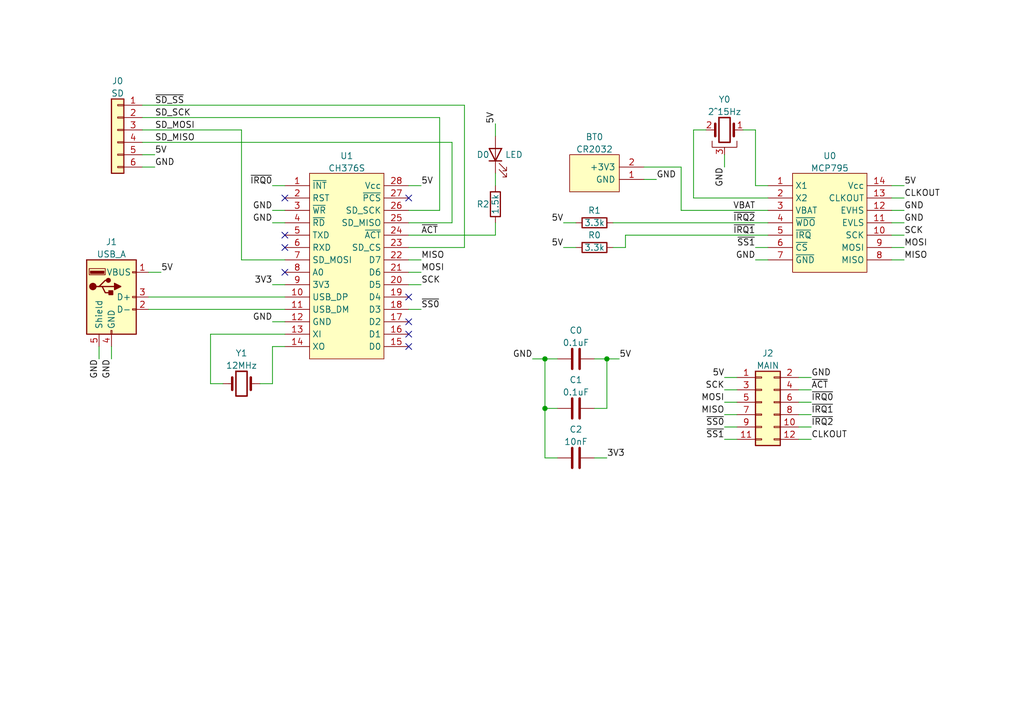
<source format=kicad_sch>
(kicad_sch (version 20211123) (generator eeschema)

  (uuid dfd23a98-790d-4e9f-8cef-046fec9c26ee)

  (paper "A5")

  (lib_symbols
    (symbol "Connector:USB_A" (pin_names (offset 1.016)) (in_bom yes) (on_board yes)
      (property "Reference" "J" (id 0) (at -5.08 11.43 0)
        (effects (font (size 1.27 1.27)) (justify left))
      )
      (property "Value" "USB_A" (id 1) (at -5.08 8.89 0)
        (effects (font (size 1.27 1.27)) (justify left))
      )
      (property "Footprint" "" (id 2) (at 3.81 -1.27 0)
        (effects (font (size 1.27 1.27)) hide)
      )
      (property "Datasheet" " ~" (id 3) (at 3.81 -1.27 0)
        (effects (font (size 1.27 1.27)) hide)
      )
      (property "ki_keywords" "connector USB" (id 4) (at 0 0 0)
        (effects (font (size 1.27 1.27)) hide)
      )
      (property "ki_description" "USB Type A connector" (id 5) (at 0 0 0)
        (effects (font (size 1.27 1.27)) hide)
      )
      (property "ki_fp_filters" "USB*" (id 6) (at 0 0 0)
        (effects (font (size 1.27 1.27)) hide)
      )
      (symbol "USB_A_0_1"
        (rectangle (start -5.08 -7.62) (end 5.08 7.62)
          (stroke (width 0.254) (type default) (color 0 0 0 0))
          (fill (type background))
        )
        (circle (center -3.81 2.159) (radius 0.635)
          (stroke (width 0.254) (type default) (color 0 0 0 0))
          (fill (type outline))
        )
        (rectangle (start -1.524 4.826) (end -4.318 5.334)
          (stroke (width 0) (type default) (color 0 0 0 0))
          (fill (type outline))
        )
        (rectangle (start -1.27 4.572) (end -4.572 5.842)
          (stroke (width 0) (type default) (color 0 0 0 0))
          (fill (type none))
        )
        (circle (center -0.635 3.429) (radius 0.381)
          (stroke (width 0.254) (type default) (color 0 0 0 0))
          (fill (type outline))
        )
        (rectangle (start -0.127 -7.62) (end 0.127 -6.858)
          (stroke (width 0) (type default) (color 0 0 0 0))
          (fill (type none))
        )
        (polyline
          (pts
            (xy -3.175 2.159)
            (xy -2.54 2.159)
            (xy -1.27 3.429)
            (xy -0.635 3.429)
          )
          (stroke (width 0.254) (type default) (color 0 0 0 0))
          (fill (type none))
        )
        (polyline
          (pts
            (xy -2.54 2.159)
            (xy -1.905 2.159)
            (xy -1.27 0.889)
            (xy 0 0.889)
          )
          (stroke (width 0.254) (type default) (color 0 0 0 0))
          (fill (type none))
        )
        (polyline
          (pts
            (xy 0.635 2.794)
            (xy 0.635 1.524)
            (xy 1.905 2.159)
            (xy 0.635 2.794)
          )
          (stroke (width 0.254) (type default) (color 0 0 0 0))
          (fill (type outline))
        )
        (rectangle (start 0.254 1.27) (end -0.508 0.508)
          (stroke (width 0.254) (type default) (color 0 0 0 0))
          (fill (type outline))
        )
        (rectangle (start 5.08 -2.667) (end 4.318 -2.413)
          (stroke (width 0) (type default) (color 0 0 0 0))
          (fill (type none))
        )
        (rectangle (start 5.08 -0.127) (end 4.318 0.127)
          (stroke (width 0) (type default) (color 0 0 0 0))
          (fill (type none))
        )
        (rectangle (start 5.08 4.953) (end 4.318 5.207)
          (stroke (width 0) (type default) (color 0 0 0 0))
          (fill (type none))
        )
      )
      (symbol "USB_A_1_1"
        (polyline
          (pts
            (xy -1.905 2.159)
            (xy 0.635 2.159)
          )
          (stroke (width 0.254) (type default) (color 0 0 0 0))
          (fill (type none))
        )
        (pin power_in line (at 7.62 5.08 180) (length 2.54)
          (name "VBUS" (effects (font (size 1.27 1.27))))
          (number "1" (effects (font (size 1.27 1.27))))
        )
        (pin bidirectional line (at 7.62 -2.54 180) (length 2.54)
          (name "D-" (effects (font (size 1.27 1.27))))
          (number "2" (effects (font (size 1.27 1.27))))
        )
        (pin bidirectional line (at 7.62 0 180) (length 2.54)
          (name "D+" (effects (font (size 1.27 1.27))))
          (number "3" (effects (font (size 1.27 1.27))))
        )
        (pin power_in line (at 0 -10.16 90) (length 2.54)
          (name "GND" (effects (font (size 1.27 1.27))))
          (number "4" (effects (font (size 1.27 1.27))))
        )
        (pin passive line (at -2.54 -10.16 90) (length 2.54)
          (name "Shield" (effects (font (size 1.27 1.27))))
          (number "5" (effects (font (size 1.27 1.27))))
        )
      )
    )
    (symbol "Connector_Generic:Conn_01x06" (pin_names (offset 1.016) hide) (in_bom yes) (on_board yes)
      (property "Reference" "J" (id 0) (at 0 7.62 0)
        (effects (font (size 1.27 1.27)))
      )
      (property "Value" "Conn_01x06" (id 1) (at 0 -10.16 0)
        (effects (font (size 1.27 1.27)))
      )
      (property "Footprint" "" (id 2) (at 0 0 0)
        (effects (font (size 1.27 1.27)) hide)
      )
      (property "Datasheet" "~" (id 3) (at 0 0 0)
        (effects (font (size 1.27 1.27)) hide)
      )
      (property "ki_keywords" "connector" (id 4) (at 0 0 0)
        (effects (font (size 1.27 1.27)) hide)
      )
      (property "ki_description" "Generic connector, single row, 01x06, script generated (kicad-library-utils/schlib/autogen/connector/)" (id 5) (at 0 0 0)
        (effects (font (size 1.27 1.27)) hide)
      )
      (property "ki_fp_filters" "Connector*:*_1x??_*" (id 6) (at 0 0 0)
        (effects (font (size 1.27 1.27)) hide)
      )
      (symbol "Conn_01x06_1_1"
        (rectangle (start -1.27 -7.493) (end 0 -7.747)
          (stroke (width 0.1524) (type default) (color 0 0 0 0))
          (fill (type none))
        )
        (rectangle (start -1.27 -4.953) (end 0 -5.207)
          (stroke (width 0.1524) (type default) (color 0 0 0 0))
          (fill (type none))
        )
        (rectangle (start -1.27 -2.413) (end 0 -2.667)
          (stroke (width 0.1524) (type default) (color 0 0 0 0))
          (fill (type none))
        )
        (rectangle (start -1.27 0.127) (end 0 -0.127)
          (stroke (width 0.1524) (type default) (color 0 0 0 0))
          (fill (type none))
        )
        (rectangle (start -1.27 2.667) (end 0 2.413)
          (stroke (width 0.1524) (type default) (color 0 0 0 0))
          (fill (type none))
        )
        (rectangle (start -1.27 5.207) (end 0 4.953)
          (stroke (width 0.1524) (type default) (color 0 0 0 0))
          (fill (type none))
        )
        (rectangle (start -1.27 6.35) (end 1.27 -8.89)
          (stroke (width 0.254) (type default) (color 0 0 0 0))
          (fill (type background))
        )
        (pin passive line (at -5.08 5.08 0) (length 3.81)
          (name "Pin_1" (effects (font (size 1.27 1.27))))
          (number "1" (effects (font (size 1.27 1.27))))
        )
        (pin passive line (at -5.08 2.54 0) (length 3.81)
          (name "Pin_2" (effects (font (size 1.27 1.27))))
          (number "2" (effects (font (size 1.27 1.27))))
        )
        (pin passive line (at -5.08 0 0) (length 3.81)
          (name "Pin_3" (effects (font (size 1.27 1.27))))
          (number "3" (effects (font (size 1.27 1.27))))
        )
        (pin passive line (at -5.08 -2.54 0) (length 3.81)
          (name "Pin_4" (effects (font (size 1.27 1.27))))
          (number "4" (effects (font (size 1.27 1.27))))
        )
        (pin passive line (at -5.08 -5.08 0) (length 3.81)
          (name "Pin_5" (effects (font (size 1.27 1.27))))
          (number "5" (effects (font (size 1.27 1.27))))
        )
        (pin passive line (at -5.08 -7.62 0) (length 3.81)
          (name "Pin_6" (effects (font (size 1.27 1.27))))
          (number "6" (effects (font (size 1.27 1.27))))
        )
      )
    )
    (symbol "Connector_Generic:Conn_02x06_Odd_Even" (pin_names (offset 1.016) hide) (in_bom yes) (on_board yes)
      (property "Reference" "J" (id 0) (at 1.27 7.62 0)
        (effects (font (size 1.27 1.27)))
      )
      (property "Value" "Conn_02x06_Odd_Even" (id 1) (at 1.27 -10.16 0)
        (effects (font (size 1.27 1.27)))
      )
      (property "Footprint" "" (id 2) (at 0 0 0)
        (effects (font (size 1.27 1.27)) hide)
      )
      (property "Datasheet" "~" (id 3) (at 0 0 0)
        (effects (font (size 1.27 1.27)) hide)
      )
      (property "ki_keywords" "connector" (id 4) (at 0 0 0)
        (effects (font (size 1.27 1.27)) hide)
      )
      (property "ki_description" "Generic connector, double row, 02x06, odd/even pin numbering scheme (row 1 odd numbers, row 2 even numbers), script generated (kicad-library-utils/schlib/autogen/connector/)" (id 5) (at 0 0 0)
        (effects (font (size 1.27 1.27)) hide)
      )
      (property "ki_fp_filters" "Connector*:*_2x??_*" (id 6) (at 0 0 0)
        (effects (font (size 1.27 1.27)) hide)
      )
      (symbol "Conn_02x06_Odd_Even_1_1"
        (rectangle (start -1.27 -7.493) (end 0 -7.747)
          (stroke (width 0.1524) (type default) (color 0 0 0 0))
          (fill (type none))
        )
        (rectangle (start -1.27 -4.953) (end 0 -5.207)
          (stroke (width 0.1524) (type default) (color 0 0 0 0))
          (fill (type none))
        )
        (rectangle (start -1.27 -2.413) (end 0 -2.667)
          (stroke (width 0.1524) (type default) (color 0 0 0 0))
          (fill (type none))
        )
        (rectangle (start -1.27 0.127) (end 0 -0.127)
          (stroke (width 0.1524) (type default) (color 0 0 0 0))
          (fill (type none))
        )
        (rectangle (start -1.27 2.667) (end 0 2.413)
          (stroke (width 0.1524) (type default) (color 0 0 0 0))
          (fill (type none))
        )
        (rectangle (start -1.27 5.207) (end 0 4.953)
          (stroke (width 0.1524) (type default) (color 0 0 0 0))
          (fill (type none))
        )
        (rectangle (start -1.27 6.35) (end 3.81 -8.89)
          (stroke (width 0.254) (type default) (color 0 0 0 0))
          (fill (type background))
        )
        (rectangle (start 3.81 -7.493) (end 2.54 -7.747)
          (stroke (width 0.1524) (type default) (color 0 0 0 0))
          (fill (type none))
        )
        (rectangle (start 3.81 -4.953) (end 2.54 -5.207)
          (stroke (width 0.1524) (type default) (color 0 0 0 0))
          (fill (type none))
        )
        (rectangle (start 3.81 -2.413) (end 2.54 -2.667)
          (stroke (width 0.1524) (type default) (color 0 0 0 0))
          (fill (type none))
        )
        (rectangle (start 3.81 0.127) (end 2.54 -0.127)
          (stroke (width 0.1524) (type default) (color 0 0 0 0))
          (fill (type none))
        )
        (rectangle (start 3.81 2.667) (end 2.54 2.413)
          (stroke (width 0.1524) (type default) (color 0 0 0 0))
          (fill (type none))
        )
        (rectangle (start 3.81 5.207) (end 2.54 4.953)
          (stroke (width 0.1524) (type default) (color 0 0 0 0))
          (fill (type none))
        )
        (pin passive line (at -5.08 5.08 0) (length 3.81)
          (name "Pin_1" (effects (font (size 1.27 1.27))))
          (number "1" (effects (font (size 1.27 1.27))))
        )
        (pin passive line (at 7.62 -5.08 180) (length 3.81)
          (name "Pin_10" (effects (font (size 1.27 1.27))))
          (number "10" (effects (font (size 1.27 1.27))))
        )
        (pin passive line (at -5.08 -7.62 0) (length 3.81)
          (name "Pin_11" (effects (font (size 1.27 1.27))))
          (number "11" (effects (font (size 1.27 1.27))))
        )
        (pin passive line (at 7.62 -7.62 180) (length 3.81)
          (name "Pin_12" (effects (font (size 1.27 1.27))))
          (number "12" (effects (font (size 1.27 1.27))))
        )
        (pin passive line (at 7.62 5.08 180) (length 3.81)
          (name "Pin_2" (effects (font (size 1.27 1.27))))
          (number "2" (effects (font (size 1.27 1.27))))
        )
        (pin passive line (at -5.08 2.54 0) (length 3.81)
          (name "Pin_3" (effects (font (size 1.27 1.27))))
          (number "3" (effects (font (size 1.27 1.27))))
        )
        (pin passive line (at 7.62 2.54 180) (length 3.81)
          (name "Pin_4" (effects (font (size 1.27 1.27))))
          (number "4" (effects (font (size 1.27 1.27))))
        )
        (pin passive line (at -5.08 0 0) (length 3.81)
          (name "Pin_5" (effects (font (size 1.27 1.27))))
          (number "5" (effects (font (size 1.27 1.27))))
        )
        (pin passive line (at 7.62 0 180) (length 3.81)
          (name "Pin_6" (effects (font (size 1.27 1.27))))
          (number "6" (effects (font (size 1.27 1.27))))
        )
        (pin passive line (at -5.08 -2.54 0) (length 3.81)
          (name "Pin_7" (effects (font (size 1.27 1.27))))
          (number "7" (effects (font (size 1.27 1.27))))
        )
        (pin passive line (at 7.62 -2.54 180) (length 3.81)
          (name "Pin_8" (effects (font (size 1.27 1.27))))
          (number "8" (effects (font (size 1.27 1.27))))
        )
        (pin passive line (at -5.08 -5.08 0) (length 3.81)
          (name "Pin_9" (effects (font (size 1.27 1.27))))
          (number "9" (effects (font (size 1.27 1.27))))
        )
      )
    )
    (symbol "Device:C" (pin_numbers hide) (pin_names (offset 0.254)) (in_bom yes) (on_board yes)
      (property "Reference" "C" (id 0) (at 0.635 2.54 0)
        (effects (font (size 1.27 1.27)) (justify left))
      )
      (property "Value" "C" (id 1) (at 0.635 -2.54 0)
        (effects (font (size 1.27 1.27)) (justify left))
      )
      (property "Footprint" "" (id 2) (at 0.9652 -3.81 0)
        (effects (font (size 1.27 1.27)) hide)
      )
      (property "Datasheet" "~" (id 3) (at 0 0 0)
        (effects (font (size 1.27 1.27)) hide)
      )
      (property "ki_keywords" "cap capacitor" (id 4) (at 0 0 0)
        (effects (font (size 1.27 1.27)) hide)
      )
      (property "ki_description" "Unpolarized capacitor" (id 5) (at 0 0 0)
        (effects (font (size 1.27 1.27)) hide)
      )
      (property "ki_fp_filters" "C_*" (id 6) (at 0 0 0)
        (effects (font (size 1.27 1.27)) hide)
      )
      (symbol "C_0_1"
        (polyline
          (pts
            (xy -2.032 -0.762)
            (xy 2.032 -0.762)
          )
          (stroke (width 0.508) (type default) (color 0 0 0 0))
          (fill (type none))
        )
        (polyline
          (pts
            (xy -2.032 0.762)
            (xy 2.032 0.762)
          )
          (stroke (width 0.508) (type default) (color 0 0 0 0))
          (fill (type none))
        )
      )
      (symbol "C_1_1"
        (pin passive line (at 0 3.81 270) (length 2.794)
          (name "~" (effects (font (size 1.27 1.27))))
          (number "1" (effects (font (size 1.27 1.27))))
        )
        (pin passive line (at 0 -3.81 90) (length 2.794)
          (name "~" (effects (font (size 1.27 1.27))))
          (number "2" (effects (font (size 1.27 1.27))))
        )
      )
    )
    (symbol "Device:Crystal" (pin_numbers hide) (pin_names (offset 1.016) hide) (in_bom yes) (on_board yes)
      (property "Reference" "Y" (id 0) (at 0 3.81 0)
        (effects (font (size 1.27 1.27)))
      )
      (property "Value" "Crystal" (id 1) (at 0 -3.81 0)
        (effects (font (size 1.27 1.27)))
      )
      (property "Footprint" "" (id 2) (at 0 0 0)
        (effects (font (size 1.27 1.27)) hide)
      )
      (property "Datasheet" "~" (id 3) (at 0 0 0)
        (effects (font (size 1.27 1.27)) hide)
      )
      (property "ki_keywords" "quartz ceramic resonator oscillator" (id 4) (at 0 0 0)
        (effects (font (size 1.27 1.27)) hide)
      )
      (property "ki_description" "Two pin crystal" (id 5) (at 0 0 0)
        (effects (font (size 1.27 1.27)) hide)
      )
      (property "ki_fp_filters" "Crystal*" (id 6) (at 0 0 0)
        (effects (font (size 1.27 1.27)) hide)
      )
      (symbol "Crystal_0_1"
        (rectangle (start -1.143 2.54) (end 1.143 -2.54)
          (stroke (width 0.3048) (type default) (color 0 0 0 0))
          (fill (type none))
        )
        (polyline
          (pts
            (xy -2.54 0)
            (xy -1.905 0)
          )
          (stroke (width 0) (type default) (color 0 0 0 0))
          (fill (type none))
        )
        (polyline
          (pts
            (xy -1.905 -1.27)
            (xy -1.905 1.27)
          )
          (stroke (width 0.508) (type default) (color 0 0 0 0))
          (fill (type none))
        )
        (polyline
          (pts
            (xy 1.905 -1.27)
            (xy 1.905 1.27)
          )
          (stroke (width 0.508) (type default) (color 0 0 0 0))
          (fill (type none))
        )
        (polyline
          (pts
            (xy 2.54 0)
            (xy 1.905 0)
          )
          (stroke (width 0) (type default) (color 0 0 0 0))
          (fill (type none))
        )
      )
      (symbol "Crystal_1_1"
        (pin passive line (at -3.81 0 0) (length 1.27)
          (name "1" (effects (font (size 1.27 1.27))))
          (number "1" (effects (font (size 1.27 1.27))))
        )
        (pin passive line (at 3.81 0 180) (length 1.27)
          (name "2" (effects (font (size 1.27 1.27))))
          (number "2" (effects (font (size 1.27 1.27))))
        )
      )
    )
    (symbol "Device:Crystal_GND3" (pin_names (offset 1.016) hide) (in_bom yes) (on_board yes)
      (property "Reference" "Y" (id 0) (at 0 5.715 0)
        (effects (font (size 1.27 1.27)))
      )
      (property "Value" "Crystal_GND3" (id 1) (at 0 3.81 0)
        (effects (font (size 1.27 1.27)))
      )
      (property "Footprint" "" (id 2) (at 0 0 0)
        (effects (font (size 1.27 1.27)) hide)
      )
      (property "Datasheet" "~" (id 3) (at 0 0 0)
        (effects (font (size 1.27 1.27)) hide)
      )
      (property "ki_keywords" "quartz ceramic resonator oscillator" (id 4) (at 0 0 0)
        (effects (font (size 1.27 1.27)) hide)
      )
      (property "ki_description" "Three pin crystal, GND on pin 3" (id 5) (at 0 0 0)
        (effects (font (size 1.27 1.27)) hide)
      )
      (property "ki_fp_filters" "Crystal*" (id 6) (at 0 0 0)
        (effects (font (size 1.27 1.27)) hide)
      )
      (symbol "Crystal_GND3_0_1"
        (rectangle (start -1.143 2.54) (end 1.143 -2.54)
          (stroke (width 0.3048) (type default) (color 0 0 0 0))
          (fill (type none))
        )
        (polyline
          (pts
            (xy -2.54 0)
            (xy -1.905 0)
          )
          (stroke (width 0) (type default) (color 0 0 0 0))
          (fill (type none))
        )
        (polyline
          (pts
            (xy -1.905 -1.27)
            (xy -1.905 1.27)
          )
          (stroke (width 0.508) (type default) (color 0 0 0 0))
          (fill (type none))
        )
        (polyline
          (pts
            (xy 0 -3.81)
            (xy 0 -3.556)
          )
          (stroke (width 0) (type default) (color 0 0 0 0))
          (fill (type none))
        )
        (polyline
          (pts
            (xy 1.905 0)
            (xy 2.54 0)
          )
          (stroke (width 0) (type default) (color 0 0 0 0))
          (fill (type none))
        )
        (polyline
          (pts
            (xy 1.905 1.27)
            (xy 1.905 -1.27)
          )
          (stroke (width 0.508) (type default) (color 0 0 0 0))
          (fill (type none))
        )
        (polyline
          (pts
            (xy -2.54 -2.286)
            (xy -2.54 -3.556)
            (xy 2.54 -3.556)
            (xy 2.54 -2.286)
          )
          (stroke (width 0) (type default) (color 0 0 0 0))
          (fill (type none))
        )
      )
      (symbol "Crystal_GND3_1_1"
        (pin passive line (at -3.81 0 0) (length 1.27)
          (name "1" (effects (font (size 1.27 1.27))))
          (number "1" (effects (font (size 1.27 1.27))))
        )
        (pin passive line (at 3.81 0 180) (length 1.27)
          (name "2" (effects (font (size 1.27 1.27))))
          (number "2" (effects (font (size 1.27 1.27))))
        )
        (pin passive line (at 0 -5.08 90) (length 1.27)
          (name "3" (effects (font (size 1.27 1.27))))
          (number "3" (effects (font (size 1.27 1.27))))
        )
      )
    )
    (symbol "Device:LED" (pin_numbers hide) (pin_names (offset 1.016) hide) (in_bom yes) (on_board yes)
      (property "Reference" "D" (id 0) (at 0 2.54 0)
        (effects (font (size 1.27 1.27)))
      )
      (property "Value" "LED" (id 1) (at 0 -2.54 0)
        (effects (font (size 1.27 1.27)))
      )
      (property "Footprint" "" (id 2) (at 0 0 0)
        (effects (font (size 1.27 1.27)) hide)
      )
      (property "Datasheet" "~" (id 3) (at 0 0 0)
        (effects (font (size 1.27 1.27)) hide)
      )
      (property "ki_keywords" "LED diode" (id 4) (at 0 0 0)
        (effects (font (size 1.27 1.27)) hide)
      )
      (property "ki_description" "Light emitting diode" (id 5) (at 0 0 0)
        (effects (font (size 1.27 1.27)) hide)
      )
      (property "ki_fp_filters" "LED* LED_SMD:* LED_THT:*" (id 6) (at 0 0 0)
        (effects (font (size 1.27 1.27)) hide)
      )
      (symbol "LED_0_1"
        (polyline
          (pts
            (xy -1.27 -1.27)
            (xy -1.27 1.27)
          )
          (stroke (width 0.254) (type default) (color 0 0 0 0))
          (fill (type none))
        )
        (polyline
          (pts
            (xy -1.27 0)
            (xy 1.27 0)
          )
          (stroke (width 0) (type default) (color 0 0 0 0))
          (fill (type none))
        )
        (polyline
          (pts
            (xy 1.27 -1.27)
            (xy 1.27 1.27)
            (xy -1.27 0)
            (xy 1.27 -1.27)
          )
          (stroke (width 0.254) (type default) (color 0 0 0 0))
          (fill (type none))
        )
        (polyline
          (pts
            (xy -3.048 -0.762)
            (xy -4.572 -2.286)
            (xy -3.81 -2.286)
            (xy -4.572 -2.286)
            (xy -4.572 -1.524)
          )
          (stroke (width 0) (type default) (color 0 0 0 0))
          (fill (type none))
        )
        (polyline
          (pts
            (xy -1.778 -0.762)
            (xy -3.302 -2.286)
            (xy -2.54 -2.286)
            (xy -3.302 -2.286)
            (xy -3.302 -1.524)
          )
          (stroke (width 0) (type default) (color 0 0 0 0))
          (fill (type none))
        )
      )
      (symbol "LED_1_1"
        (pin passive line (at -3.81 0 0) (length 2.54)
          (name "K" (effects (font (size 1.27 1.27))))
          (number "1" (effects (font (size 1.27 1.27))))
        )
        (pin passive line (at 3.81 0 180) (length 2.54)
          (name "A" (effects (font (size 1.27 1.27))))
          (number "2" (effects (font (size 1.27 1.27))))
        )
      )
    )
    (symbol "Device:R" (pin_numbers hide) (pin_names (offset 0)) (in_bom yes) (on_board yes)
      (property "Reference" "R" (id 0) (at 2.032 0 90)
        (effects (font (size 1.27 1.27)))
      )
      (property "Value" "R" (id 1) (at 0 0 90)
        (effects (font (size 1.27 1.27)))
      )
      (property "Footprint" "" (id 2) (at -1.778 0 90)
        (effects (font (size 1.27 1.27)) hide)
      )
      (property "Datasheet" "~" (id 3) (at 0 0 0)
        (effects (font (size 1.27 1.27)) hide)
      )
      (property "ki_keywords" "R res resistor" (id 4) (at 0 0 0)
        (effects (font (size 1.27 1.27)) hide)
      )
      (property "ki_description" "Resistor" (id 5) (at 0 0 0)
        (effects (font (size 1.27 1.27)) hide)
      )
      (property "ki_fp_filters" "R_*" (id 6) (at 0 0 0)
        (effects (font (size 1.27 1.27)) hide)
      )
      (symbol "R_0_1"
        (rectangle (start -1.016 -2.54) (end 1.016 2.54)
          (stroke (width 0.254) (type default) (color 0 0 0 0))
          (fill (type none))
        )
      )
      (symbol "R_1_1"
        (pin passive line (at 0 3.81 270) (length 1.27)
          (name "~" (effects (font (size 1.27 1.27))))
          (number "1" (effects (font (size 1.27 1.27))))
        )
        (pin passive line (at 0 -3.81 90) (length 1.27)
          (name "~" (effects (font (size 1.27 1.27))))
          (number "2" (effects (font (size 1.27 1.27))))
        )
      )
    )
    (symbol "USB_RTC_Module:CH376S" (in_bom yes) (on_board yes)
      (property "Reference" "U" (id 0) (at 0 25.4 0)
        (effects (font (size 1.27 1.27)))
      )
      (property "Value" "CH376S" (id 1) (at 0 22.86 0)
        (effects (font (size 1.27 1.27)))
      )
      (property "Footprint" "Package_SO:SOIC-28W_7.5x17.9mm_P1.27mm" (id 2) (at 0 20.32 0)
        (effects (font (size 1.27 1.27)) hide)
      )
      (property "Datasheet" "" (id 3) (at 0 19.05 0)
        (effects (font (size 1.27 1.27)) hide)
      )
      (symbol "CH376S_0_1"
        (rectangle (start -7.62 19.05) (end 7.62 -19.05)
          (stroke (width 0) (type default) (color 0 0 0 0))
          (fill (type background))
        )
      )
      (symbol "CH376S_1_1"
        (pin passive line (at -12.7 16.51 0) (length 5.08)
          (name "~{INT}" (effects (font (size 1.27 1.27))))
          (number "1" (effects (font (size 1.27 1.27))))
        )
        (pin passive line (at -12.7 -6.35 0) (length 5.08)
          (name "USB_DP" (effects (font (size 1.27 1.27))))
          (number "10" (effects (font (size 1.27 1.27))))
        )
        (pin passive line (at -12.7 -8.89 0) (length 5.08)
          (name "USB_DM" (effects (font (size 1.27 1.27))))
          (number "11" (effects (font (size 1.27 1.27))))
        )
        (pin passive line (at -12.7 -11.43 0) (length 5.08)
          (name "GND" (effects (font (size 1.27 1.27))))
          (number "12" (effects (font (size 1.27 1.27))))
        )
        (pin passive line (at -12.7 -13.97 0) (length 5.08)
          (name "XI" (effects (font (size 1.27 1.27))))
          (number "13" (effects (font (size 1.27 1.27))))
        )
        (pin passive line (at -12.7 -16.51 0) (length 5.08)
          (name "XO" (effects (font (size 1.27 1.27))))
          (number "14" (effects (font (size 1.27 1.27))))
        )
        (pin passive line (at 12.7 -16.51 180) (length 5.08)
          (name "D0" (effects (font (size 1.27 1.27))))
          (number "15" (effects (font (size 1.27 1.27))))
        )
        (pin passive line (at 12.7 -13.97 180) (length 5.08)
          (name "D1" (effects (font (size 1.27 1.27))))
          (number "16" (effects (font (size 1.27 1.27))))
        )
        (pin passive line (at 12.7 -11.43 180) (length 5.08)
          (name "D2" (effects (font (size 1.27 1.27))))
          (number "17" (effects (font (size 1.27 1.27))))
        )
        (pin passive line (at 12.7 -8.89 180) (length 5.08)
          (name "D3" (effects (font (size 1.27 1.27))))
          (number "18" (effects (font (size 1.27 1.27))))
        )
        (pin passive line (at 12.7 -6.35 180) (length 5.08)
          (name "D4" (effects (font (size 1.27 1.27))))
          (number "19" (effects (font (size 1.27 1.27))))
        )
        (pin passive line (at -12.7 13.97 0) (length 5.08)
          (name "RST" (effects (font (size 1.27 1.27))))
          (number "2" (effects (font (size 1.27 1.27))))
        )
        (pin passive line (at 12.7 -3.81 180) (length 5.08)
          (name "D5" (effects (font (size 1.27 1.27))))
          (number "20" (effects (font (size 1.27 1.27))))
        )
        (pin passive line (at 12.7 -1.27 180) (length 5.08)
          (name "D6" (effects (font (size 1.27 1.27))))
          (number "21" (effects (font (size 1.27 1.27))))
        )
        (pin passive line (at 12.7 1.27 180) (length 5.08)
          (name "D7" (effects (font (size 1.27 1.27))))
          (number "22" (effects (font (size 1.27 1.27))))
        )
        (pin passive line (at 12.7 3.81 180) (length 5.08)
          (name "SD_CS" (effects (font (size 1.27 1.27))))
          (number "23" (effects (font (size 1.27 1.27))))
        )
        (pin passive line (at 12.7 6.35 180) (length 5.08)
          (name "~{ACT}" (effects (font (size 1.27 1.27))))
          (number "24" (effects (font (size 1.27 1.27))))
        )
        (pin passive line (at 12.7 8.89 180) (length 5.08)
          (name "SD_MISO" (effects (font (size 1.27 1.27))))
          (number "25" (effects (font (size 1.27 1.27))))
        )
        (pin passive line (at 12.7 11.43 180) (length 5.08)
          (name "SD_SCK" (effects (font (size 1.27 1.27))))
          (number "26" (effects (font (size 1.27 1.27))))
        )
        (pin passive line (at 12.7 13.97 180) (length 5.08)
          (name "~{PCS}" (effects (font (size 1.27 1.27))))
          (number "27" (effects (font (size 1.27 1.27))))
        )
        (pin passive line (at 12.7 16.51 180) (length 5.08)
          (name "Vcc" (effects (font (size 1.27 1.27))))
          (number "28" (effects (font (size 1.27 1.27))))
        )
        (pin passive line (at -12.7 11.43 0) (length 5.08)
          (name "~{WR}" (effects (font (size 1.27 1.27))))
          (number "3" (effects (font (size 1.27 1.27))))
        )
        (pin passive line (at -12.7 8.89 0) (length 5.08)
          (name "~{RD}" (effects (font (size 1.27 1.27))))
          (number "4" (effects (font (size 1.27 1.27))))
        )
        (pin passive line (at -12.7 6.35 0) (length 5.08)
          (name "TXD" (effects (font (size 1.27 1.27))))
          (number "5" (effects (font (size 1.27 1.27))))
        )
        (pin passive line (at -12.7 3.81 0) (length 5.08)
          (name "RXD" (effects (font (size 1.27 1.27))))
          (number "6" (effects (font (size 1.27 1.27))))
        )
        (pin passive line (at -12.7 1.27 0) (length 5.08)
          (name "SD_MOSI" (effects (font (size 1.27 1.27))))
          (number "7" (effects (font (size 1.27 1.27))))
        )
        (pin passive line (at -12.7 -1.27 0) (length 5.08)
          (name "A0" (effects (font (size 1.27 1.27))))
          (number "8" (effects (font (size 1.27 1.27))))
        )
        (pin passive line (at -12.7 -3.81 0) (length 5.08)
          (name "3V3" (effects (font (size 1.27 1.27))))
          (number "9" (effects (font (size 1.27 1.27))))
        )
      )
    )
    (symbol "USB_RTC_Module:CR2032" (pin_names (offset 0.762)) (in_bom yes) (on_board yes)
      (property "Reference" "BT" (id 0) (at 0 10.16 0)
        (effects (font (size 1.27 1.27)))
      )
      (property "Value" "CR2032" (id 1) (at 0 7.62 0)
        (effects (font (size 1.27 1.27)))
      )
      (property "Footprint" "USB_RTC_Module:CR2032" (id 2) (at 0 5.08 0)
        (effects (font (size 1.27 1.27)) hide)
      )
      (property "Datasheet" "http://www.keyelco.com/product-pdf.cfm?p=718" (id 3) (at 0 -6.35 0)
        (effects (font (size 1.27 1.27)) hide)
      )
      (symbol "CR2032_0_0"
        (pin passive line (at 10.16 -1.27 180) (length 5.08)
          (name "GND" (effects (font (size 1.27 1.27))))
          (number "1" (effects (font (size 1.27 1.27))))
        )
        (pin passive line (at 10.16 1.27 180) (length 5.08)
          (name "+3V3" (effects (font (size 1.27 1.27))))
          (number "2" (effects (font (size 1.27 1.27))))
        )
      )
      (symbol "CR2032_0_1"
        (polyline
          (pts
            (xy 5.08 -3.81)
            (xy -5.08 -3.81)
            (xy -5.08 3.81)
            (xy 5.08 3.81)
            (xy 5.08 -3.81)
          )
          (stroke (width 0.1524) (type default) (color 0 0 0 0))
          (fill (type background))
        )
      )
    )
    (symbol "USB_RTC_Module:MCP795" (in_bom yes) (on_board yes)
      (property "Reference" "U" (id 0) (at 0 17.78 0)
        (effects (font (size 1.27 1.27)))
      )
      (property "Value" "MCP795" (id 1) (at 0 15.24 0)
        (effects (font (size 1.27 1.27)))
      )
      (property "Footprint" "Package_SO:SOIC-14_3.9x8.7mm_P1.27mm" (id 2) (at 0 12.7 0)
        (effects (font (size 1.27 1.27)) hide)
      )
      (property "Datasheet" "" (id 3) (at 0 12.7 0)
        (effects (font (size 1.27 1.27)) hide)
      )
      (symbol "MCP795_0_1"
        (rectangle (start -7.62 10.16) (end 7.62 -10.16)
          (stroke (width 0) (type default) (color 0 0 0 0))
          (fill (type background))
        )
      )
      (symbol "MCP795_1_1"
        (pin passive line (at -12.7 7.62 0) (length 5.08)
          (name "X1" (effects (font (size 1.27 1.27))))
          (number "1" (effects (font (size 1.27 1.27))))
        )
        (pin passive line (at 12.7 -2.54 180) (length 5.08)
          (name "SCK" (effects (font (size 1.27 1.27))))
          (number "10" (effects (font (size 1.27 1.27))))
        )
        (pin passive line (at 12.7 0 180) (length 5.08)
          (name "EVLS" (effects (font (size 1.27 1.27))))
          (number "11" (effects (font (size 1.27 1.27))))
        )
        (pin passive line (at 12.7 2.54 180) (length 5.08)
          (name "EVHS" (effects (font (size 1.27 1.27))))
          (number "12" (effects (font (size 1.27 1.27))))
        )
        (pin passive line (at 12.7 5.08 180) (length 5.08)
          (name "CLKOUT" (effects (font (size 1.27 1.27))))
          (number "13" (effects (font (size 1.27 1.27))))
        )
        (pin passive line (at 12.7 7.62 180) (length 5.08)
          (name "Vcc" (effects (font (size 1.27 1.27))))
          (number "14" (effects (font (size 1.27 1.27))))
        )
        (pin passive line (at -12.7 5.08 0) (length 5.08)
          (name "X2" (effects (font (size 1.27 1.27))))
          (number "2" (effects (font (size 1.27 1.27))))
        )
        (pin passive line (at -12.7 2.54 0) (length 5.08)
          (name "VBAT" (effects (font (size 1.27 1.27))))
          (number "3" (effects (font (size 1.27 1.27))))
        )
        (pin passive line (at -12.7 0 0) (length 5.08)
          (name "~{WDO}" (effects (font (size 1.27 1.27))))
          (number "4" (effects (font (size 1.27 1.27))))
        )
        (pin passive line (at -12.7 -2.54 0) (length 5.08)
          (name "~{IRQ}" (effects (font (size 1.27 1.27))))
          (number "5" (effects (font (size 1.27 1.27))))
        )
        (pin passive line (at -12.7 -5.08 0) (length 5.08)
          (name "~{CS}" (effects (font (size 1.27 1.27))))
          (number "6" (effects (font (size 1.27 1.27))))
        )
        (pin passive line (at -12.7 -7.62 0) (length 5.08)
          (name "~{GND}" (effects (font (size 1.27 1.27))))
          (number "7" (effects (font (size 1.27 1.27))))
        )
        (pin passive line (at 12.7 -7.62 180) (length 5.08)
          (name "MISO" (effects (font (size 1.27 1.27))))
          (number "8" (effects (font (size 1.27 1.27))))
        )
        (pin passive line (at 12.7 -5.08 180) (length 5.08)
          (name "MOSI" (effects (font (size 1.27 1.27))))
          (number "9" (effects (font (size 1.27 1.27))))
        )
      )
    )
  )

  (junction (at 124.46 73.66) (diameter 0) (color 0 0 0 0)
    (uuid ddb57711-e81a-45dd-84f2-a17f1698953b)
  )
  (junction (at 111.76 73.66) (diameter 0) (color 0 0 0 0)
    (uuid ea4ee5f4-dd4b-49ba-8ac2-cfb102a59f11)
  )
  (junction (at 111.76 83.82) (diameter 0) (color 0 0 0 0)
    (uuid f6a212e1-066a-4b26-a2fb-534089b242cf)
  )

  (no_connect (at 58.42 40.64) (uuid 065bf8aa-58d9-403b-9527-3947400b0e6a))
  (no_connect (at 83.82 71.12) (uuid 6c06e528-8712-4aba-b016-5a5060594262))
  (no_connect (at 83.82 68.58) (uuid 6c06e528-8712-4aba-b016-5a5060594264))
  (no_connect (at 83.82 66.04) (uuid 6c06e528-8712-4aba-b016-5a5060594265))
  (no_connect (at 83.82 60.96) (uuid 74253494-b737-4f3e-a41c-cbe668e3247d))
  (no_connect (at 83.82 40.64) (uuid e2f7d2fd-0889-4d25-a23d-9342e23982cb))
  (no_connect (at 58.42 50.8) (uuid e2f7d2fd-0889-4d25-a23d-9342e23982cc))
  (no_connect (at 58.42 55.88) (uuid e2f7d2fd-0889-4d25-a23d-9342e23982cd))
  (no_connect (at 58.42 48.26) (uuid e2f7d2fd-0889-4d25-a23d-9342e23982ce))

  (wire (pts (xy 90.17 43.18) (xy 90.17 24.13))
    (stroke (width 0) (type default) (color 0 0 0 0))
    (uuid 03337a0c-2ded-43b8-a7ac-12b5954d57d4)
  )
  (wire (pts (xy 125.73 50.8) (xy 128.27 50.8))
    (stroke (width 0) (type default) (color 0 0 0 0))
    (uuid 0a3cbf41-9a6d-4ab9-9f21-a8d10f7d6822)
  )
  (wire (pts (xy 151.13 80.01) (xy 148.59 80.01))
    (stroke (width 0) (type default) (color 0 0 0 0))
    (uuid 0b99e7b4-c335-4f3e-8849-4ec864d4a6ad)
  )
  (wire (pts (xy 139.7 34.29) (xy 139.7 43.18))
    (stroke (width 0) (type default) (color 0 0 0 0))
    (uuid 0bc872f3-52cf-4bd3-bafa-8587edca0c6d)
  )
  (wire (pts (xy 58.42 43.18) (xy 55.88 43.18))
    (stroke (width 0) (type default) (color 0 0 0 0))
    (uuid 0c8c9756-eeb1-4968-a24d-b08e4bc16bf2)
  )
  (wire (pts (xy 121.92 73.66) (xy 124.46 73.66))
    (stroke (width 0) (type default) (color 0 0 0 0))
    (uuid 115bdb56-7b99-4d50-875d-f9e5feb5eb8f)
  )
  (wire (pts (xy 154.94 26.67) (xy 154.94 38.1))
    (stroke (width 0) (type default) (color 0 0 0 0))
    (uuid 1442f7b0-8f79-4cc6-bc38-f42b0ead9fd8)
  )
  (wire (pts (xy 22.86 71.12) (xy 22.86 73.66))
    (stroke (width 0) (type default) (color 0 0 0 0))
    (uuid 1469b8c4-63c4-4258-939f-ce40c9d32687)
  )
  (wire (pts (xy 182.88 48.26) (xy 185.42 48.26))
    (stroke (width 0) (type default) (color 0 0 0 0))
    (uuid 19901d15-83d9-4182-9c02-a5c7dfc333f5)
  )
  (wire (pts (xy 29.21 24.13) (xy 90.17 24.13))
    (stroke (width 0) (type default) (color 0 0 0 0))
    (uuid 1e914c53-58d9-4c97-8d0a-f6a6bb0f8570)
  )
  (wire (pts (xy 20.32 71.12) (xy 20.32 73.66))
    (stroke (width 0) (type default) (color 0 0 0 0))
    (uuid 1ed77437-72b6-4b7c-ac17-d5049e6a53f7)
  )
  (wire (pts (xy 128.27 50.8) (xy 128.27 48.26))
    (stroke (width 0) (type default) (color 0 0 0 0))
    (uuid 25742531-4c90-4c71-b060-eb0aba1e265f)
  )
  (wire (pts (xy 151.13 85.09) (xy 148.59 85.09))
    (stroke (width 0) (type default) (color 0 0 0 0))
    (uuid 267307dd-8836-415d-bef3-9d26fa405644)
  )
  (wire (pts (xy 124.46 73.66) (xy 124.46 83.82))
    (stroke (width 0) (type default) (color 0 0 0 0))
    (uuid 290e6a88-0652-4ea8-b23e-be6cbb51d176)
  )
  (wire (pts (xy 151.13 77.47) (xy 148.59 77.47))
    (stroke (width 0) (type default) (color 0 0 0 0))
    (uuid 2ce03b31-065d-4bfb-9598-a11c8d26635b)
  )
  (wire (pts (xy 157.48 53.34) (xy 154.94 53.34))
    (stroke (width 0) (type default) (color 0 0 0 0))
    (uuid 2da37096-c407-435f-92c9-732efbfd70c2)
  )
  (wire (pts (xy 43.18 68.58) (xy 58.42 68.58))
    (stroke (width 0) (type default) (color 0 0 0 0))
    (uuid 328a66b9-bc13-419a-8a79-18042faf09a5)
  )
  (wire (pts (xy 29.21 21.59) (xy 95.25 21.59))
    (stroke (width 0) (type default) (color 0 0 0 0))
    (uuid 34bb614b-baca-4c2d-9ed4-d1ca9e34117e)
  )
  (wire (pts (xy 163.83 85.09) (xy 166.37 85.09))
    (stroke (width 0) (type default) (color 0 0 0 0))
    (uuid 3848ed7c-7b22-4a36-aead-ed079e8c5538)
  )
  (wire (pts (xy 83.82 58.42) (xy 86.36 58.42))
    (stroke (width 0) (type default) (color 0 0 0 0))
    (uuid 3bef5847-1225-44f9-b005-c0215b348ab4)
  )
  (wire (pts (xy 118.11 45.72) (xy 115.57 45.72))
    (stroke (width 0) (type default) (color 0 0 0 0))
    (uuid 42b369be-db07-4e6d-be96-38cf66bef2d8)
  )
  (wire (pts (xy 121.92 93.98) (xy 124.46 93.98))
    (stroke (width 0) (type default) (color 0 0 0 0))
    (uuid 43582cd1-9448-4a1f-b65f-4bbaa2ad75dc)
  )
  (wire (pts (xy 182.88 53.34) (xy 185.42 53.34))
    (stroke (width 0) (type default) (color 0 0 0 0))
    (uuid 47d18578-2b15-41fd-80be-0d7282e32a9c)
  )
  (wire (pts (xy 132.08 36.83) (xy 134.62 36.83))
    (stroke (width 0) (type default) (color 0 0 0 0))
    (uuid 48b31f55-f37e-42ec-9aa6-c68cd7f41b09)
  )
  (wire (pts (xy 45.72 78.74) (xy 43.18 78.74))
    (stroke (width 0) (type default) (color 0 0 0 0))
    (uuid 514890f9-92e8-42b2-93f6-9ab6fd3d47db)
  )
  (wire (pts (xy 163.83 77.47) (xy 166.37 77.47))
    (stroke (width 0) (type default) (color 0 0 0 0))
    (uuid 54099c0b-1b2e-47f2-a9cd-fadf451eeca2)
  )
  (wire (pts (xy 58.42 66.04) (xy 55.88 66.04))
    (stroke (width 0) (type default) (color 0 0 0 0))
    (uuid 5ebef236-c10c-4aeb-b74e-c4f7c0f915c8)
  )
  (wire (pts (xy 58.42 45.72) (xy 55.88 45.72))
    (stroke (width 0) (type default) (color 0 0 0 0))
    (uuid 618c8dd8-eb90-4b96-83b4-3d7ecdb5c1c0)
  )
  (wire (pts (xy 30.48 60.96) (xy 58.42 60.96))
    (stroke (width 0) (type default) (color 0 0 0 0))
    (uuid 63523d4a-c7b6-452e-98b5-6183d9f4d872)
  )
  (wire (pts (xy 163.83 80.01) (xy 166.37 80.01))
    (stroke (width 0) (type default) (color 0 0 0 0))
    (uuid 638b0754-6c29-427a-b054-d704fb1e4133)
  )
  (wire (pts (xy 157.48 40.64) (xy 142.24 40.64))
    (stroke (width 0) (type default) (color 0 0 0 0))
    (uuid 65680193-4703-47c7-a1f2-7f566a809abf)
  )
  (wire (pts (xy 154.94 38.1) (xy 157.48 38.1))
    (stroke (width 0) (type default) (color 0 0 0 0))
    (uuid 6597936e-ba53-496b-b761-bc0c1902c814)
  )
  (wire (pts (xy 83.82 45.72) (xy 92.71 45.72))
    (stroke (width 0) (type default) (color 0 0 0 0))
    (uuid 679eaf6a-7296-44e6-b4cb-e10254f05f3e)
  )
  (wire (pts (xy 58.42 71.12) (xy 55.88 71.12))
    (stroke (width 0) (type default) (color 0 0 0 0))
    (uuid 6b9db4f0-a526-4d4a-8ed1-f8b4237c8107)
  )
  (wire (pts (xy 58.42 58.42) (xy 55.88 58.42))
    (stroke (width 0) (type default) (color 0 0 0 0))
    (uuid 6eac7ba9-e348-4284-83b1-23da71f10a45)
  )
  (wire (pts (xy 182.88 43.18) (xy 185.42 43.18))
    (stroke (width 0) (type default) (color 0 0 0 0))
    (uuid 70c5a072-327e-4ccf-a425-996a55e1d50d)
  )
  (wire (pts (xy 151.13 82.55) (xy 148.59 82.55))
    (stroke (width 0) (type default) (color 0 0 0 0))
    (uuid 70f6ec32-aeda-49c6-8e6e-01bf585b19c4)
  )
  (wire (pts (xy 157.48 50.8) (xy 154.94 50.8))
    (stroke (width 0) (type default) (color 0 0 0 0))
    (uuid 75acc4bf-237a-4227-9d33-f32dd72484c9)
  )
  (wire (pts (xy 142.24 26.67) (xy 144.78 26.67))
    (stroke (width 0) (type default) (color 0 0 0 0))
    (uuid 76ebff11-41d8-4e4a-a3b5-d33a8a749d6c)
  )
  (wire (pts (xy 114.3 93.98) (xy 111.76 93.98))
    (stroke (width 0) (type default) (color 0 0 0 0))
    (uuid 77af3a7a-408b-415d-9a1b-e90bfcd30d50)
  )
  (wire (pts (xy 118.11 50.8) (xy 115.57 50.8))
    (stroke (width 0) (type default) (color 0 0 0 0))
    (uuid 784d62a9-5a54-468d-a25d-67602adc9cc7)
  )
  (wire (pts (xy 83.82 53.34) (xy 86.36 53.34))
    (stroke (width 0) (type default) (color 0 0 0 0))
    (uuid 7d6276c7-60cd-4995-8948-9c893c7259c3)
  )
  (wire (pts (xy 163.83 90.17) (xy 166.37 90.17))
    (stroke (width 0) (type default) (color 0 0 0 0))
    (uuid 7fe2be8d-4b13-4577-9646-053f90f767d7)
  )
  (wire (pts (xy 58.42 53.34) (xy 49.53 53.34))
    (stroke (width 0) (type default) (color 0 0 0 0))
    (uuid 8245ef6e-851b-4d69-9b1c-3a11d53adadb)
  )
  (wire (pts (xy 83.82 43.18) (xy 90.17 43.18))
    (stroke (width 0) (type default) (color 0 0 0 0))
    (uuid 86baa492-a947-4949-a807-108b63ddb4cf)
  )
  (wire (pts (xy 124.46 73.66) (xy 127 73.66))
    (stroke (width 0) (type default) (color 0 0 0 0))
    (uuid 8ea7c662-2842-4d3d-a16c-51a56e28b568)
  )
  (wire (pts (xy 55.88 78.74) (xy 53.34 78.74))
    (stroke (width 0) (type default) (color 0 0 0 0))
    (uuid 90171311-3dd3-4b0d-99f7-84f8c57ba8ec)
  )
  (wire (pts (xy 30.48 55.88) (xy 33.02 55.88))
    (stroke (width 0) (type default) (color 0 0 0 0))
    (uuid 908d98c8-3047-4ec5-8c68-6c1c87f80c86)
  )
  (wire (pts (xy 55.88 71.12) (xy 55.88 78.74))
    (stroke (width 0) (type default) (color 0 0 0 0))
    (uuid 91c4aded-eacd-4627-98b1-09a9d6c6bd28)
  )
  (wire (pts (xy 114.3 83.82) (xy 111.76 83.82))
    (stroke (width 0) (type default) (color 0 0 0 0))
    (uuid 93c88543-3780-4592-ad0e-5838ea57f238)
  )
  (wire (pts (xy 29.21 31.75) (xy 31.75 31.75))
    (stroke (width 0) (type default) (color 0 0 0 0))
    (uuid 96d3adf6-616f-4e66-a326-7d22ee85ecef)
  )
  (wire (pts (xy 83.82 38.1) (xy 86.36 38.1))
    (stroke (width 0) (type default) (color 0 0 0 0))
    (uuid 96d4686d-7ba9-4205-bbb9-dfe2662ae3d6)
  )
  (wire (pts (xy 125.73 45.72) (xy 157.48 45.72))
    (stroke (width 0) (type default) (color 0 0 0 0))
    (uuid 97cf1c4c-b032-4b5b-b093-e8b893fa3368)
  )
  (wire (pts (xy 92.71 45.72) (xy 92.71 29.21))
    (stroke (width 0) (type default) (color 0 0 0 0))
    (uuid 9d0f9833-be91-4487-a946-e76265424285)
  )
  (wire (pts (xy 114.3 73.66) (xy 111.76 73.66))
    (stroke (width 0) (type default) (color 0 0 0 0))
    (uuid 9f3aa42f-31bd-465d-becd-9f0f5867384e)
  )
  (wire (pts (xy 83.82 55.88) (xy 86.36 55.88))
    (stroke (width 0) (type default) (color 0 0 0 0))
    (uuid a0a4be31-0f7e-49c0-8124-7877d5495614)
  )
  (wire (pts (xy 49.53 53.34) (xy 49.53 26.67))
    (stroke (width 0) (type default) (color 0 0 0 0))
    (uuid a1235d67-3708-4b92-9ba5-11547bf5e3f5)
  )
  (wire (pts (xy 182.88 40.64) (xy 185.42 40.64))
    (stroke (width 0) (type default) (color 0 0 0 0))
    (uuid a1251bb6-3568-4586-9653-bc6c43f69ca0)
  )
  (wire (pts (xy 182.88 38.1) (xy 185.42 38.1))
    (stroke (width 0) (type default) (color 0 0 0 0))
    (uuid aa0c359b-0883-40be-994e-30f056045a8b)
  )
  (wire (pts (xy 151.13 87.63) (xy 148.59 87.63))
    (stroke (width 0) (type default) (color 0 0 0 0))
    (uuid acd6eb22-d099-4c82-a3e2-504d017711e8)
  )
  (wire (pts (xy 163.83 87.63) (xy 166.37 87.63))
    (stroke (width 0) (type default) (color 0 0 0 0))
    (uuid add3d962-6013-4460-8ca8-0585fb6fb492)
  )
  (wire (pts (xy 152.4 26.67) (xy 154.94 26.67))
    (stroke (width 0) (type default) (color 0 0 0 0))
    (uuid b1824257-15c7-4618-87c8-c29896019f34)
  )
  (wire (pts (xy 101.6 48.26) (xy 83.82 48.26))
    (stroke (width 0) (type default) (color 0 0 0 0))
    (uuid b733e4e4-8b13-49a5-891e-883a9054e8a0)
  )
  (wire (pts (xy 142.24 40.64) (xy 142.24 26.67))
    (stroke (width 0) (type default) (color 0 0 0 0))
    (uuid c1fd31fa-410f-443a-9dc6-5978b11463a3)
  )
  (wire (pts (xy 111.76 73.66) (xy 109.22 73.66))
    (stroke (width 0) (type default) (color 0 0 0 0))
    (uuid c58d8fee-b0dc-420c-adcf-db05aa8596de)
  )
  (wire (pts (xy 29.21 26.67) (xy 49.53 26.67))
    (stroke (width 0) (type default) (color 0 0 0 0))
    (uuid c63b758c-74fb-4af4-8e9c-9b86482d83cc)
  )
  (wire (pts (xy 29.21 29.21) (xy 92.71 29.21))
    (stroke (width 0) (type default) (color 0 0 0 0))
    (uuid c93221f5-3251-46fe-8c44-4f24215f44c7)
  )
  (wire (pts (xy 121.92 83.82) (xy 124.46 83.82))
    (stroke (width 0) (type default) (color 0 0 0 0))
    (uuid c9ac3e64-5b51-43c4-b462-f0475de04653)
  )
  (wire (pts (xy 111.76 73.66) (xy 111.76 83.82))
    (stroke (width 0) (type default) (color 0 0 0 0))
    (uuid cd18a1fe-3d39-43fa-a5fb-9e2d5e0dc809)
  )
  (wire (pts (xy 29.21 34.29) (xy 31.75 34.29))
    (stroke (width 0) (type default) (color 0 0 0 0))
    (uuid cf7f2e13-6577-4edc-9449-94b9d0a7fe4d)
  )
  (wire (pts (xy 182.88 50.8) (xy 185.42 50.8))
    (stroke (width 0) (type default) (color 0 0 0 0))
    (uuid cf998755-6fce-48c2-8898-aacc6eff5eb6)
  )
  (wire (pts (xy 148.59 31.75) (xy 148.59 34.29))
    (stroke (width 0) (type default) (color 0 0 0 0))
    (uuid d33f6a64-bed9-4e51-86c6-da916846f7cc)
  )
  (wire (pts (xy 182.88 45.72) (xy 185.42 45.72))
    (stroke (width 0) (type default) (color 0 0 0 0))
    (uuid d36ea003-d4a3-4567-8d2f-b95fb33bd6cc)
  )
  (wire (pts (xy 101.6 45.72) (xy 101.6 48.26))
    (stroke (width 0) (type default) (color 0 0 0 0))
    (uuid d3ad1ba9-b9f8-4074-932f-7040a2985354)
  )
  (wire (pts (xy 101.6 38.1) (xy 101.6 35.56))
    (stroke (width 0) (type default) (color 0 0 0 0))
    (uuid d5e5037d-f339-48ec-bb51-f6e74ea70f6c)
  )
  (wire (pts (xy 132.08 34.29) (xy 139.7 34.29))
    (stroke (width 0) (type default) (color 0 0 0 0))
    (uuid d9baaf6a-b0ae-4554-9130-cff374c19412)
  )
  (wire (pts (xy 151.13 90.17) (xy 148.59 90.17))
    (stroke (width 0) (type default) (color 0 0 0 0))
    (uuid dc6179bb-3ddd-4cdf-9e43-352636d87fa3)
  )
  (wire (pts (xy 101.6 27.94) (xy 101.6 25.4))
    (stroke (width 0) (type default) (color 0 0 0 0))
    (uuid dd686bdb-8753-4acc-bbfc-17eb8f527684)
  )
  (wire (pts (xy 111.76 83.82) (xy 111.76 93.98))
    (stroke (width 0) (type default) (color 0 0 0 0))
    (uuid de819be0-1a8f-49ad-967a-e566ba89a07d)
  )
  (wire (pts (xy 139.7 43.18) (xy 157.48 43.18))
    (stroke (width 0) (type default) (color 0 0 0 0))
    (uuid e49c1ad5-fee1-4625-9e86-77a9baf0e402)
  )
  (wire (pts (xy 43.18 78.74) (xy 43.18 68.58))
    (stroke (width 0) (type default) (color 0 0 0 0))
    (uuid e721ee13-0f53-475c-9604-62772c286785)
  )
  (wire (pts (xy 30.48 63.5) (xy 58.42 63.5))
    (stroke (width 0) (type default) (color 0 0 0 0))
    (uuid e86655e6-1513-4824-b3be-4e5adff0a128)
  )
  (wire (pts (xy 95.25 50.8) (xy 83.82 50.8))
    (stroke (width 0) (type default) (color 0 0 0 0))
    (uuid e9022e40-9f44-4410-b916-e5e9d8a1a84d)
  )
  (wire (pts (xy 58.42 38.1) (xy 55.88 38.1))
    (stroke (width 0) (type default) (color 0 0 0 0))
    (uuid e9280df3-216b-4830-aef2-65b62f8f9de4)
  )
  (wire (pts (xy 95.25 21.59) (xy 95.25 50.8))
    (stroke (width 0) (type default) (color 0 0 0 0))
    (uuid f79f2803-9b3b-4d90-8af3-09b7d9ff0c60)
  )
  (wire (pts (xy 128.27 48.26) (xy 157.48 48.26))
    (stroke (width 0) (type default) (color 0 0 0 0))
    (uuid f7a00e28-2baa-4a56-a9e1-1571bac090a1)
  )
  (wire (pts (xy 83.82 63.5) (xy 86.36 63.5))
    (stroke (width 0) (type default) (color 0 0 0 0))
    (uuid f8188fbc-17cb-4df1-bd5a-ee5c4b8402e9)
  )
  (wire (pts (xy 163.83 82.55) (xy 166.37 82.55))
    (stroke (width 0) (type default) (color 0 0 0 0))
    (uuid fa115a4b-9d80-4952-ba4f-795dbd6fcfc8)
  )

  (label "~{SD_SS}" (at 31.75 21.59 0)
    (effects (font (size 1.27 1.27)) (justify left bottom))
    (uuid 08dc49a0-f587-4267-b536-6095be5c2f3e)
  )
  (label "GND" (at 55.88 66.04 180)
    (effects (font (size 1.27 1.27)) (justify right bottom))
    (uuid 0918d025-8e24-418c-9119-fc2cebda6018)
  )
  (label "3V3" (at 55.88 58.42 180)
    (effects (font (size 1.27 1.27)) (justify right bottom))
    (uuid 0bfab6c0-3bc2-4eec-8395-a9b5d5bb415f)
  )
  (label "VBAT" (at 154.94 43.18 180)
    (effects (font (size 1.27 1.27)) (justify right bottom))
    (uuid 0dcfa092-4518-4732-bfb3-f64dfe987d5e)
  )
  (label "GND" (at 185.42 45.72 0)
    (effects (font (size 1.27 1.27)) (justify left bottom))
    (uuid 1142846a-ae06-404a-863a-f53bee2b7eb3)
  )
  (label "SD_MOSI" (at 31.75 26.67 0)
    (effects (font (size 1.27 1.27)) (justify left bottom))
    (uuid 1534af13-59e9-4c48-8ce7-5e3603541040)
  )
  (label "~{IRQ2}" (at 166.37 87.63 0)
    (effects (font (size 1.27 1.27)) (justify left bottom))
    (uuid 19238d4d-8580-40bf-b1f9-eaa594f7cef0)
  )
  (label "~{SS1}" (at 154.94 50.8 180)
    (effects (font (size 1.27 1.27)) (justify right bottom))
    (uuid 1a1ff408-c0a5-4755-a50f-3ffd6bb8e26d)
  )
  (label "5V" (at 86.36 38.1 0)
    (effects (font (size 1.27 1.27)) (justify left bottom))
    (uuid 1c363bc8-c9eb-482a-97de-436da100a80f)
  )
  (label "5V" (at 148.59 77.47 180)
    (effects (font (size 1.27 1.27)) (justify right bottom))
    (uuid 1f17845a-fa86-4d81-9244-248d837414c9)
  )
  (label "GND" (at 20.32 73.66 270)
    (effects (font (size 1.27 1.27)) (justify right bottom))
    (uuid 23321c4c-b5cf-4a0d-a3fb-2edc1a60e602)
  )
  (label "5V" (at 115.57 45.72 180)
    (effects (font (size 1.27 1.27)) (justify right bottom))
    (uuid 3dde2b25-083c-4b19-a5a2-97d1e3a6d5eb)
  )
  (label "GND" (at 109.22 73.66 180)
    (effects (font (size 1.27 1.27)) (justify right bottom))
    (uuid 4298f922-52c8-4ab4-a380-587b3642baf0)
  )
  (label "5V" (at 101.6 25.4 90)
    (effects (font (size 1.27 1.27)) (justify left bottom))
    (uuid 43da79e6-ef1f-419f-91a3-c246ae01f921)
  )
  (label "MISO" (at 185.42 53.34 0)
    (effects (font (size 1.27 1.27)) (justify left bottom))
    (uuid 4b9fa350-ff49-4a5e-86b0-f4dd896ff3d0)
  )
  (label "MISO" (at 86.36 53.34 0)
    (effects (font (size 1.27 1.27)) (justify left bottom))
    (uuid 565897a5-1ad1-4637-8b3b-d16e5334d477)
  )
  (label "MOSI" (at 148.59 82.55 180)
    (effects (font (size 1.27 1.27)) (justify right bottom))
    (uuid 6197e68e-a000-4080-9a36-25b244866b58)
  )
  (label "~{IRQ0}" (at 166.37 82.55 0)
    (effects (font (size 1.27 1.27)) (justify left bottom))
    (uuid 622ba847-75c5-410c-950a-07d7c9078ed1)
  )
  (label "GND" (at 134.62 36.83 0)
    (effects (font (size 1.27 1.27)) (justify left bottom))
    (uuid 6810eca4-2072-49bf-8e47-fc1ae9301ed2)
  )
  (label "GND" (at 22.86 73.66 270)
    (effects (font (size 1.27 1.27)) (justify right bottom))
    (uuid 6c55a3df-0ce9-4c28-9bd9-e439958640ef)
  )
  (label "5V" (at 185.42 38.1 0)
    (effects (font (size 1.27 1.27)) (justify left bottom))
    (uuid 6cdb6369-d7ad-4779-baac-511a89e8d563)
  )
  (label "GND" (at 55.88 43.18 180)
    (effects (font (size 1.27 1.27)) (justify right bottom))
    (uuid 732ef7f5-425a-4238-917a-7418bfc25d09)
  )
  (label "5V" (at 115.57 50.8 180)
    (effects (font (size 1.27 1.27)) (justify right bottom))
    (uuid 7afd1dec-1f98-401b-8fd1-059f9eab699f)
  )
  (label "~{IRQ1}" (at 166.37 85.09 0)
    (effects (font (size 1.27 1.27)) (justify left bottom))
    (uuid 7eaf064b-657f-474e-8579-c6cb9cb42abf)
  )
  (label "~{SS0}" (at 86.36 63.5 0)
    (effects (font (size 1.27 1.27)) (justify left bottom))
    (uuid 925730e4-95c9-4c63-8650-486fa63f2212)
  )
  (label "~{IRQ2}" (at 154.94 45.72 180)
    (effects (font (size 1.27 1.27)) (justify right bottom))
    (uuid 934fb26e-6fcb-4bf0-9a98-7efbcea96a3d)
  )
  (label "~{IRQ0}" (at 55.88 38.1 180)
    (effects (font (size 1.27 1.27)) (justify right bottom))
    (uuid 99c68a00-83fc-4ce9-a1d3-6184f4ce4c11)
  )
  (label "5V" (at 31.75 31.75 0)
    (effects (font (size 1.27 1.27)) (justify left bottom))
    (uuid 9a5e09d5-b2c3-4720-980c-14a634abe057)
  )
  (label "SD_MISO" (at 31.75 29.21 0)
    (effects (font (size 1.27 1.27)) (justify left bottom))
    (uuid 9b509e2c-e9cb-44da-9956-8df753659937)
  )
  (label "MOSI" (at 185.42 50.8 0)
    (effects (font (size 1.27 1.27)) (justify left bottom))
    (uuid 9cfabc39-54f5-4b49-bf25-712c6cb902ec)
  )
  (label "CLKOUT" (at 185.42 40.64 0)
    (effects (font (size 1.27 1.27)) (justify left bottom))
    (uuid a15c74fc-8bca-4fb7-b8d5-6e520c54b3cc)
  )
  (label "~{SS0}" (at 148.59 87.63 180)
    (effects (font (size 1.27 1.27)) (justify right bottom))
    (uuid a2b0ac9a-5b62-491e-b995-be4ee05bd1c4)
  )
  (label "5V" (at 33.02 55.88 0)
    (effects (font (size 1.27 1.27)) (justify left bottom))
    (uuid a475e6e3-d182-4dec-b1be-453022901af1)
  )
  (label "MISO" (at 148.59 85.09 180)
    (effects (font (size 1.27 1.27)) (justify right bottom))
    (uuid ac14db83-a6d6-41d1-b850-f3d928ba64a9)
  )
  (label "SCK" (at 148.59 80.01 180)
    (effects (font (size 1.27 1.27)) (justify right bottom))
    (uuid ae669f9e-6cbb-4d7a-880b-3517faea5623)
  )
  (label "GND" (at 55.88 45.72 180)
    (effects (font (size 1.27 1.27)) (justify right bottom))
    (uuid b4924fab-f940-4c0d-b7da-ebe2f64b5dd6)
  )
  (label "SCK" (at 86.36 58.42 0)
    (effects (font (size 1.27 1.27)) (justify left bottom))
    (uuid b4ac2562-5245-4520-b504-6e1ee76f54c9)
  )
  (label "MOSI" (at 86.36 55.88 0)
    (effects (font (size 1.27 1.27)) (justify left bottom))
    (uuid b7065926-9d3c-4d05-8858-e5d67b0956da)
  )
  (label "GND" (at 166.37 77.47 0)
    (effects (font (size 1.27 1.27)) (justify left bottom))
    (uuid b8d73628-6ab6-4c58-819f-954f48a7aa37)
  )
  (label "GND" (at 31.75 34.29 0)
    (effects (font (size 1.27 1.27)) (justify left bottom))
    (uuid c1a226f9-38a0-46d6-92cf-1b46793fe55f)
  )
  (label "SD_SCK" (at 31.75 24.13 0)
    (effects (font (size 1.27 1.27)) (justify left bottom))
    (uuid c26d6b34-b0b6-48e8-8f8f-7b4017fc54bf)
  )
  (label "SCK" (at 185.42 48.26 0)
    (effects (font (size 1.27 1.27)) (justify left bottom))
    (uuid c3797aad-5717-46cd-9420-b4ca4fe8f8b7)
  )
  (label "CLKOUT" (at 166.37 90.17 0)
    (effects (font (size 1.27 1.27)) (justify left bottom))
    (uuid ca745558-4198-4b06-8546-ac9468fdaeff)
  )
  (label "~{ACT}" (at 86.36 48.26 0)
    (effects (font (size 1.27 1.27)) (justify left bottom))
    (uuid cac2e2b3-a1b1-404f-a7cc-2df6083ed893)
  )
  (label "~{SS1}" (at 148.59 90.17 180)
    (effects (font (size 1.27 1.27)) (justify right bottom))
    (uuid caebec49-c065-4234-8c86-b4384b3cfb02)
  )
  (label "5V" (at 127 73.66 0)
    (effects (font (size 1.27 1.27)) (justify left bottom))
    (uuid cb8dc08d-fdbd-4957-ac44-16ee3a4bc7cb)
  )
  (label "~{ACT}" (at 166.37 80.01 0)
    (effects (font (size 1.27 1.27)) (justify left bottom))
    (uuid d02f3b93-4111-494e-9b9e-d84fb00d2db0)
  )
  (label "GND" (at 185.42 43.18 0)
    (effects (font (size 1.27 1.27)) (justify left bottom))
    (uuid d6ee38aa-385f-4f7a-a599-8c372330f44f)
  )
  (label "GND" (at 154.94 53.34 180)
    (effects (font (size 1.27 1.27)) (justify right bottom))
    (uuid da97bb6e-4dd0-4856-be1a-6c641904b0cd)
  )
  (label "GND" (at 148.59 34.29 270)
    (effects (font (size 1.27 1.27)) (justify right bottom))
    (uuid e6269987-077b-4d15-af83-b63e136731cc)
  )
  (label "3V3" (at 124.46 93.98 0)
    (effects (font (size 1.27 1.27)) (justify left bottom))
    (uuid edd4e01c-7ef4-4fa8-b9f1-68fb07d80bca)
  )
  (label "~{IRQ1}" (at 154.94 48.26 180)
    (effects (font (size 1.27 1.27)) (justify right bottom))
    (uuid f9f18650-04ae-449d-b6cc-e21b029ea073)
  )

  (symbol (lib_id "USB_RTC_Module:MCP795") (at 170.18 45.72 0) (unit 1)
    (in_bom yes) (on_board yes) (fields_autoplaced)
    (uuid 060f67b2-5b05-477c-8443-276f6a14f249)
    (property "Reference" "U0" (id 0) (at 170.18 31.9872 0))
    (property "Value" "" (id 1) (at 170.18 34.5241 0))
    (property "Footprint" "" (id 2) (at 170.18 33.02 0)
      (effects (font (size 1.27 1.27)) hide)
    )
    (property "Datasheet" "" (id 3) (at 170.18 33.02 0)
      (effects (font (size 1.27 1.27)) hide)
    )
    (pin "1" (uuid 1845705c-d11b-42fc-ad42-ae07b101fabc))
    (pin "10" (uuid c08997df-8f26-4592-8fc7-59a35fd7f6b1))
    (pin "11" (uuid 88efaa95-63d5-4a87-9e06-add8be5674ae))
    (pin "12" (uuid 6bed5368-1b0a-4a9c-bf17-79d59da02224))
    (pin "13" (uuid aaaaa84e-9c84-4adf-9e5b-0af6b8fcdb25))
    (pin "14" (uuid 25173558-59a4-4b72-8528-6c432ae454af))
    (pin "2" (uuid 2aabfb0e-9ff1-4ecd-9a33-0b765f0b07cd))
    (pin "3" (uuid d38652a0-856e-47cc-b67d-342920dc4316))
    (pin "4" (uuid 354af917-4e0f-49b9-86ad-a787c8ef136c))
    (pin "5" (uuid a2b2e3c6-12aa-4069-8f0e-da004df3fc3c))
    (pin "6" (uuid d6a0c192-1a9c-4be9-bf33-2e282d06c38c))
    (pin "7" (uuid d80f7f98-2045-40f6-bff5-f9d8b5d6ace8))
    (pin "8" (uuid 2b0b670c-3645-43b3-ad87-15cf1eb1d2b7))
    (pin "9" (uuid 9e666b13-7c3a-4a23-8160-c79163a8b9be))
  )

  (symbol (lib_id "Device:LED") (at 101.6 31.75 90) (unit 1)
    (in_bom yes) (on_board yes)
    (uuid 0ffae225-0451-4e2f-ba76-bc39dab77f86)
    (property "Reference" "D0" (id 0) (at 99.06 31.75 90))
    (property "Value" "LED" (id 1) (at 105.41 31.75 90))
    (property "Footprint" "LED_THT:LED_D4.0mm" (id 2) (at 101.6 31.75 0)
      (effects (font (size 1.27 1.27)) hide)
    )
    (property "Datasheet" "~" (id 3) (at 101.6 31.75 0)
      (effects (font (size 1.27 1.27)) hide)
    )
    (pin "1" (uuid 4b5c41bb-f9a8-409c-8b4f-4b03bbf92fc7))
    (pin "2" (uuid f6f67ac1-dbef-4b43-a0dd-b9a248623b42))
  )

  (symbol (lib_id "Device:Crystal_GND3") (at 148.59 26.67 0) (mirror y) (unit 1)
    (in_bom yes) (on_board yes) (fields_autoplaced)
    (uuid 18349baf-84db-4326-94b0-b53864e10ab1)
    (property "Reference" "Y0" (id 0) (at 148.59 20.4048 0))
    (property "Value" "2^15Hz" (id 1) (at 148.59 22.9417 0))
    (property "Footprint" "Crystal:Crystal_C26-LF_D2.1mm_L6.5mm_Horizontal_1EP_style1" (id 2) (at 148.59 26.67 0)
      (effects (font (size 1.27 1.27)) hide)
    )
    (property "Datasheet" "~" (id 3) (at 148.59 26.67 0)
      (effects (font (size 1.27 1.27)) hide)
    )
    (pin "1" (uuid fd79edf4-f694-4ae1-9307-77e0ae00f46c))
    (pin "2" (uuid e33512eb-2028-4bd7-b4c4-279853fb126b))
    (pin "3" (uuid 40f694fd-a155-4332-9b73-89df947f5e42))
  )

  (symbol (lib_id "USB_RTC_Module:CR2032") (at 121.92 35.56 0) (unit 1)
    (in_bom yes) (on_board yes) (fields_autoplaced)
    (uuid 23e01df3-8d8e-417e-8d1e-c1acf5dda0d5)
    (property "Reference" "BT0" (id 0) (at 121.92 28.101 0))
    (property "Value" "" (id 1) (at 121.92 30.6379 0))
    (property "Footprint" "" (id 2) (at 121.92 30.48 0)
      (effects (font (size 1.27 1.27)) hide)
    )
    (property "Datasheet" "http://www.keyelco.com/product-pdf.cfm?p=718" (id 3) (at 121.92 41.91 0)
      (effects (font (size 1.27 1.27)) hide)
    )
    (pin "1" (uuid 8ba57242-accc-474a-ad29-25d095794ae3))
    (pin "2" (uuid f7bbe06e-5fdc-4654-adea-c8da230887f6))
  )

  (symbol (lib_id "Connector:USB_A") (at 22.86 60.96 0) (unit 1)
    (in_bom yes) (on_board yes) (fields_autoplaced)
    (uuid 3b1a4b2b-9549-47e2-aee8-d163e5657b8b)
    (property "Reference" "J1" (id 0) (at 22.86 49.6402 0))
    (property "Value" "USB_A" (id 1) (at 22.86 52.1771 0))
    (property "Footprint" "Connector_USB:USB_A_CONNFLY_DS1095-WNR0" (id 2) (at 26.67 62.23 0)
      (effects (font (size 1.27 1.27)) hide)
    )
    (property "Datasheet" " ~" (id 3) (at 26.67 62.23 0)
      (effects (font (size 1.27 1.27)) hide)
    )
    (pin "1" (uuid 18772f1c-65a9-4f26-a3ff-04004f404eb5))
    (pin "2" (uuid 3d121a9c-1e56-452c-bc81-4447f2174336))
    (pin "3" (uuid 19df8bcf-d3a7-4a8e-a4fc-45a2f9ddaf3b))
    (pin "4" (uuid b39fbdf7-c568-4231-9073-2b623ce71e84))
    (pin "5" (uuid 219d0f19-7835-43fa-a3ef-071ae8d35ce2))
  )

  (symbol (lib_id "Device:C") (at 118.11 93.98 90) (unit 1)
    (in_bom yes) (on_board yes) (fields_autoplaced)
    (uuid 5bbd7500-5c6e-43cd-806f-72850f2d1e3a)
    (property "Reference" "C2" (id 0) (at 118.11 88.1212 90))
    (property "Value" "10nF" (id 1) (at 118.11 90.6581 90))
    (property "Footprint" "Capacitor_THT:C_Disc_D4.3mm_W1.9mm_P5.00mm" (id 2) (at 121.92 93.0148 0)
      (effects (font (size 1.27 1.27)) hide)
    )
    (property "Datasheet" "~" (id 3) (at 118.11 93.98 0)
      (effects (font (size 1.27 1.27)) hide)
    )
    (pin "1" (uuid f93fdd90-8b1a-4bbe-aaea-fe7c049f8f8b))
    (pin "2" (uuid ec30397e-cfb3-4509-93ae-79201abb3d53))
  )

  (symbol (lib_id "Device:R") (at 101.6 41.91 180) (unit 1)
    (in_bom yes) (on_board yes)
    (uuid 672b289b-bd0f-49d4-999f-f07992bd1f9f)
    (property "Reference" "R2" (id 0) (at 99.06 41.91 0))
    (property "Value" "1.5k" (id 1) (at 101.6 41.91 90))
    (property "Footprint" "Resistor_THT:R_Axial_DIN0207_L6.3mm_D2.5mm_P2.54mm_Vertical" (id 2) (at 103.378 41.91 90)
      (effects (font (size 1.27 1.27)) hide)
    )
    (property "Datasheet" "~" (id 3) (at 101.6 41.91 0)
      (effects (font (size 1.27 1.27)) hide)
    )
    (pin "1" (uuid 69a845a8-a3cf-4b21-9fcd-35f5f94b1a9a))
    (pin "2" (uuid 60c975bd-de48-4e0b-b1da-7bf1828341db))
  )

  (symbol (lib_id "Device:C") (at 118.11 73.66 90) (unit 1)
    (in_bom yes) (on_board yes) (fields_autoplaced)
    (uuid 8f37f2b4-9059-43e1-8c19-da696221b45b)
    (property "Reference" "C0" (id 0) (at 118.11 67.8012 90))
    (property "Value" "0.1uF" (id 1) (at 118.11 70.3381 90))
    (property "Footprint" "Capacitor_THT:C_Disc_D4.3mm_W1.9mm_P5.00mm" (id 2) (at 121.92 72.6948 0)
      (effects (font (size 1.27 1.27)) hide)
    )
    (property "Datasheet" "~" (id 3) (at 118.11 73.66 0)
      (effects (font (size 1.27 1.27)) hide)
    )
    (pin "1" (uuid d6642d3c-03ce-42f4-9b3f-5daebc101d24))
    (pin "2" (uuid 3c08b9b7-2f1c-4b60-a9f9-024ac50e5861))
  )

  (symbol (lib_id "Device:R") (at 121.92 45.72 270) (unit 1)
    (in_bom yes) (on_board yes)
    (uuid 9f0d9046-549b-4008-8c41-065b0e9eed62)
    (property "Reference" "R1" (id 0) (at 121.92 43.18 90))
    (property "Value" "3.3k" (id 1) (at 121.92 45.72 90))
    (property "Footprint" "Resistor_THT:R_Axial_DIN0207_L6.3mm_D2.5mm_P2.54mm_Vertical" (id 2) (at 121.92 43.942 90)
      (effects (font (size 1.27 1.27)) hide)
    )
    (property "Datasheet" "~" (id 3) (at 121.92 45.72 0)
      (effects (font (size 1.27 1.27)) hide)
    )
    (pin "1" (uuid f9c85b03-00fd-438a-954b-53470251263d))
    (pin "2" (uuid c13f90c3-0dd4-40ad-b54e-4bfb3780c81e))
  )

  (symbol (lib_id "Device:C") (at 118.11 83.82 90) (unit 1)
    (in_bom yes) (on_board yes) (fields_autoplaced)
    (uuid dce661eb-2043-4b58-a01b-f19b88e20547)
    (property "Reference" "C1" (id 0) (at 118.11 77.9612 90))
    (property "Value" "0.1uF" (id 1) (at 118.11 80.4981 90))
    (property "Footprint" "Capacitor_THT:C_Disc_D4.3mm_W1.9mm_P5.00mm" (id 2) (at 121.92 82.8548 0)
      (effects (font (size 1.27 1.27)) hide)
    )
    (property "Datasheet" "~" (id 3) (at 118.11 83.82 0)
      (effects (font (size 1.27 1.27)) hide)
    )
    (pin "1" (uuid cc403d68-b56d-4ace-bf2e-fa360c21201d))
    (pin "2" (uuid 48ed446b-e171-4d79-9069-ab545e5e021c))
  )

  (symbol (lib_id "Device:Crystal") (at 49.53 78.74 180) (unit 1)
    (in_bom yes) (on_board yes) (fields_autoplaced)
    (uuid e15a5c41-4853-4c08-b62a-494df104f4d4)
    (property "Reference" "Y1" (id 0) (at 49.53 72.4748 0))
    (property "Value" "12MHz" (id 1) (at 49.53 75.0117 0))
    (property "Footprint" "Crystal:Crystal_HC49-4H_Vertical" (id 2) (at 49.53 78.74 0)
      (effects (font (size 1.27 1.27)) hide)
    )
    (property "Datasheet" "~" (id 3) (at 49.53 78.74 0)
      (effects (font (size 1.27 1.27)) hide)
    )
    (pin "1" (uuid e0c57591-799d-4d8e-8336-029be17cf67c))
    (pin "2" (uuid c182cf87-f318-4111-b11c-43539497b000))
  )

  (symbol (lib_id "USB_RTC_Module:CH376S") (at 71.12 54.61 0) (unit 1)
    (in_bom yes) (on_board yes) (fields_autoplaced)
    (uuid e22f93ba-fda6-4aaa-b83b-f61e386282bc)
    (property "Reference" "U1" (id 0) (at 71.12 31.9872 0))
    (property "Value" "" (id 1) (at 71.12 34.5241 0))
    (property "Footprint" "" (id 2) (at 71.12 34.29 0)
      (effects (font (size 1.27 1.27)) hide)
    )
    (property "Datasheet" "" (id 3) (at 71.12 35.56 0)
      (effects (font (size 1.27 1.27)) hide)
    )
    (pin "1" (uuid e3910cda-340a-413e-b729-b41dd7209347))
    (pin "10" (uuid 4d769b55-6110-4b8b-9295-d04087df7deb))
    (pin "11" (uuid d5f2603d-9f6b-494b-886d-347926fb5a76))
    (pin "12" (uuid 17fcbf2d-a7cf-4b7b-95a1-87ea12bcad45))
    (pin "13" (uuid 9382b248-3a9e-4a46-a9f5-f6a0fed5984e))
    (pin "14" (uuid 8ab81f4e-11ed-4ce5-b686-10dc521fdb70))
    (pin "15" (uuid 5103e89c-25f7-496b-b339-9c167f9f9c86))
    (pin "16" (uuid 6576cb09-0530-421d-932a-eeffedeec7d7))
    (pin "17" (uuid 47ab7aea-b4de-4c15-993d-405da1e6a834))
    (pin "18" (uuid abf77078-d6dd-4d5a-ac71-50d80e48f960))
    (pin "19" (uuid f26f4ecb-daf7-466f-ad30-70fca4c26afa))
    (pin "2" (uuid 737653e5-ff8b-4163-a879-d2af062afaf4))
    (pin "20" (uuid 1ea01a3e-602e-466a-a04b-7ccac5a8a45a))
    (pin "21" (uuid def0f1e7-b78d-4712-a8ef-0a5cd0c69e81))
    (pin "22" (uuid 8f056684-18ec-4443-b516-729dff97d155))
    (pin "23" (uuid 72f3bc24-bcd0-48f2-bc7a-334f6ea61850))
    (pin "24" (uuid 9bdfd2e3-e5c6-4598-841b-c65494959b81))
    (pin "25" (uuid c13e0542-b96e-4d03-a0f4-51d4b270b961))
    (pin "26" (uuid 0748f530-2c1e-4bbd-8188-9e3e7a00705a))
    (pin "27" (uuid 3894a4ee-e6c0-4bf3-a741-4f8597ca99bd))
    (pin "28" (uuid d68b91b3-392c-4221-8a2b-155f820a2403))
    (pin "3" (uuid a2da7cd1-4f1e-47d0-a3f7-14d24668ebec))
    (pin "4" (uuid 4b61f757-dc90-42d7-b1d1-36313e5ef655))
    (pin "5" (uuid 105afe90-f283-4a51-974b-58be04601c8c))
    (pin "6" (uuid 9ef1b8ae-3bdb-434d-a51b-4e2ebb649535))
    (pin "7" (uuid 32f372f1-d840-4af1-9b74-c729ce78ce89))
    (pin "8" (uuid daeaa58e-da45-4974-8355-2d0f12ce5aab))
    (pin "9" (uuid e02da02d-88b5-42d1-975e-bc11785eb486))
  )

  (symbol (lib_id "Connector_Generic:Conn_02x06_Odd_Even") (at 156.21 82.55 0) (unit 1)
    (in_bom yes) (on_board yes) (fields_autoplaced)
    (uuid ebbbf751-1273-4e64-aa68-d41d054b12ce)
    (property "Reference" "J2" (id 0) (at 157.48 72.5002 0))
    (property "Value" "MAIN" (id 1) (at 157.48 75.0371 0))
    (property "Footprint" "Connector_PinSocket_2.54mm:PinSocket_2x06_P2.54mm_Vertical" (id 2) (at 156.21 82.55 0)
      (effects (font (size 1.27 1.27)) hide)
    )
    (property "Datasheet" "~" (id 3) (at 156.21 82.55 0)
      (effects (font (size 1.27 1.27)) hide)
    )
    (pin "1" (uuid a39c76e7-3d32-42b7-a4f5-d0b4c1396167))
    (pin "10" (uuid 32acb9aa-b454-4c64-b3ba-701468f1f63d))
    (pin "11" (uuid 34155310-832a-4c05-9ba9-0404b914943e))
    (pin "12" (uuid c245c89c-5ee5-4330-87f4-70da12835bfa))
    (pin "2" (uuid 5505f9a5-bf08-479e-bce3-a303e3223519))
    (pin "3" (uuid f84d927f-08b2-4502-9227-45f76980e8c1))
    (pin "4" (uuid 9c13bd30-7eee-481b-aedf-b86f80198a3b))
    (pin "5" (uuid cea22b0a-ebac-4ccd-8877-451c6e193be4))
    (pin "6" (uuid 17148476-a6da-434e-974b-ca06075309ca))
    (pin "7" (uuid d601264f-35e5-4f9b-a393-f83a16e7d4e0))
    (pin "8" (uuid b8176449-ab0c-4933-9524-26f46734fd8e))
    (pin "9" (uuid 7e984c58-1fc9-4d5c-8f30-933bbd6ccb8f))
  )

  (symbol (lib_id "Device:R") (at 121.92 50.8 270) (unit 1)
    (in_bom yes) (on_board yes)
    (uuid f79372d4-8de1-4b36-a64c-5969a88cf0e7)
    (property "Reference" "R0" (id 0) (at 121.92 48.26 90))
    (property "Value" "3.3k" (id 1) (at 121.92 50.8 90))
    (property "Footprint" "Resistor_THT:R_Axial_DIN0207_L6.3mm_D2.5mm_P2.54mm_Vertical" (id 2) (at 121.92 49.022 90)
      (effects (font (size 1.27 1.27)) hide)
    )
    (property "Datasheet" "~" (id 3) (at 121.92 50.8 0)
      (effects (font (size 1.27 1.27)) hide)
    )
    (pin "1" (uuid 49f61731-d7ea-4209-9dcd-805a5d2f2f79))
    (pin "2" (uuid 2e476d88-38c5-49fc-a617-54c6b4dd1d61))
  )

  (symbol (lib_id "Connector_Generic:Conn_01x06") (at 24.13 26.67 0) (mirror y) (unit 1)
    (in_bom yes) (on_board yes) (fields_autoplaced)
    (uuid feb9885c-f652-4f19-b538-6dd0ff3cc28f)
    (property "Reference" "J0" (id 0) (at 24.13 16.6202 0))
    (property "Value" "" (id 1) (at 24.13 19.1571 0))
    (property "Footprint" "Connector_PinHeader_2.54mm:PinHeader_1x06_P2.54mm_Vertical" (id 2) (at 24.13 26.67 0)
      (effects (font (size 1.27 1.27)) hide)
    )
    (property "Datasheet" "~" (id 3) (at 24.13 26.67 0)
      (effects (font (size 1.27 1.27)) hide)
    )
    (pin "1" (uuid 518b6882-fe06-4c1f-86d0-08cb0988b897))
    (pin "2" (uuid 34b8a91d-d8a5-4d5d-89da-25718e31bde7))
    (pin "3" (uuid 415bac06-7c32-482f-8bcc-be8b470dfc8d))
    (pin "4" (uuid 3627675a-4428-4b2d-b9b0-75b5540f221d))
    (pin "5" (uuid bb54f2a2-79d1-4041-8809-f958eb965c88))
    (pin "6" (uuid ab6be6a7-6333-4d8b-b162-f27e01d18056))
  )

  (sheet_instances
    (path "/" (page "1"))
  )

  (symbol_instances
    (path "/23e01df3-8d8e-417e-8d1e-c1acf5dda0d5"
      (reference "BT0") (unit 1) (value "CR2032") (footprint "USB_RTC_Module:CR2032")
    )
    (path "/8f37f2b4-9059-43e1-8c19-da696221b45b"
      (reference "C0") (unit 1) (value "0.1uF") (footprint "Capacitor_THT:C_Disc_D4.3mm_W1.9mm_P5.00mm")
    )
    (path "/dce661eb-2043-4b58-a01b-f19b88e20547"
      (reference "C1") (unit 1) (value "0.1uF") (footprint "Capacitor_THT:C_Disc_D4.3mm_W1.9mm_P5.00mm")
    )
    (path "/5bbd7500-5c6e-43cd-806f-72850f2d1e3a"
      (reference "C2") (unit 1) (value "10nF") (footprint "Capacitor_THT:C_Disc_D4.3mm_W1.9mm_P5.00mm")
    )
    (path "/0ffae225-0451-4e2f-ba76-bc39dab77f86"
      (reference "D0") (unit 1) (value "LED") (footprint "LED_THT:LED_D4.0mm")
    )
    (path "/feb9885c-f652-4f19-b538-6dd0ff3cc28f"
      (reference "J0") (unit 1) (value "SD") (footprint "Connector_PinHeader_2.54mm:PinHeader_1x06_P2.54mm_Vertical")
    )
    (path "/3b1a4b2b-9549-47e2-aee8-d163e5657b8b"
      (reference "J1") (unit 1) (value "USB_A") (footprint "Connector_USB:USB_A_CONNFLY_DS1095-WNR0")
    )
    (path "/ebbbf751-1273-4e64-aa68-d41d054b12ce"
      (reference "J2") (unit 1) (value "MAIN") (footprint "Connector_PinSocket_2.54mm:PinSocket_2x06_P2.54mm_Vertical")
    )
    (path "/f79372d4-8de1-4b36-a64c-5969a88cf0e7"
      (reference "R0") (unit 1) (value "3.3k") (footprint "Resistor_THT:R_Axial_DIN0207_L6.3mm_D2.5mm_P2.54mm_Vertical")
    )
    (path "/9f0d9046-549b-4008-8c41-065b0e9eed62"
      (reference "R1") (unit 1) (value "3.3k") (footprint "Resistor_THT:R_Axial_DIN0207_L6.3mm_D2.5mm_P2.54mm_Vertical")
    )
    (path "/672b289b-bd0f-49d4-999f-f07992bd1f9f"
      (reference "R2") (unit 1) (value "1.5k") (footprint "Resistor_THT:R_Axial_DIN0207_L6.3mm_D2.5mm_P2.54mm_Vertical")
    )
    (path "/060f67b2-5b05-477c-8443-276f6a14f249"
      (reference "U0") (unit 1) (value "MCP795") (footprint "Package_SO:SOIC-14_3.9x8.7mm_P1.27mm")
    )
    (path "/e22f93ba-fda6-4aaa-b83b-f61e386282bc"
      (reference "U1") (unit 1) (value "CH376S") (footprint "Package_SO:SOIC-28W_7.5x17.9mm_P1.27mm")
    )
    (path "/18349baf-84db-4326-94b0-b53864e10ab1"
      (reference "Y0") (unit 1) (value "2^15Hz") (footprint "Crystal:Crystal_C26-LF_D2.1mm_L6.5mm_Horizontal_1EP_style1")
    )
    (path "/e15a5c41-4853-4c08-b62a-494df104f4d4"
      (reference "Y1") (unit 1) (value "12MHz") (footprint "Crystal:Crystal_HC49-4H_Vertical")
    )
  )
)

</source>
